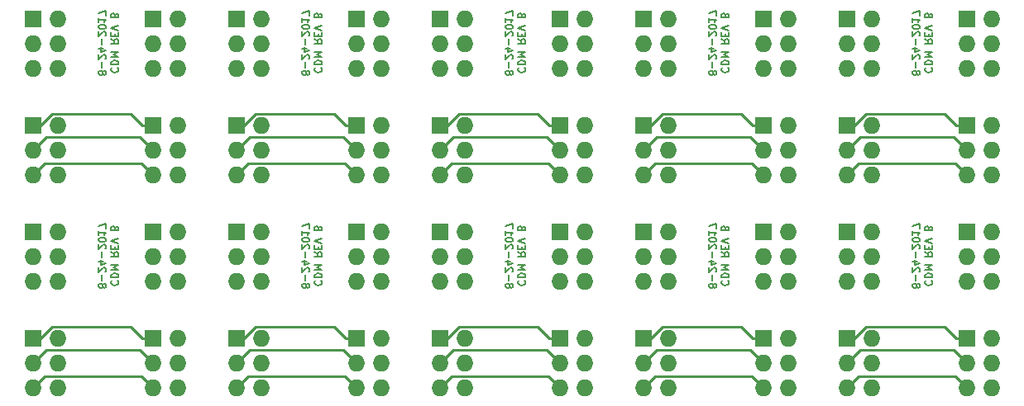
<source format=gbl>
G04 #@! TF.FileFunction,Copper,L2,Bot,Signal*
%FSLAX46Y46*%
G04 Gerber Fmt 4.6, Leading zero omitted, Abs format (unit mm)*
G04 Created by KiCad (PCBNEW 4.0.5+dfsg1-4) date Wed Oct 11 12:16:19 2017*
%MOMM*%
%LPD*%
G01*
G04 APERTURE LIST*
%ADD10C,0.100000*%
%ADD11C,0.150000*%
%ADD12R,1.727200X1.727200*%
%ADD13O,1.727200X1.727200*%
%ADD14C,0.250000*%
G04 APERTURE END LIST*
D10*
D11*
X245479643Y-82817571D02*
X245443929Y-82853285D01*
X245408214Y-82960428D01*
X245408214Y-83031857D01*
X245443929Y-83139000D01*
X245515357Y-83210428D01*
X245586786Y-83246143D01*
X245729643Y-83281857D01*
X245836786Y-83281857D01*
X245979643Y-83246143D01*
X246051071Y-83210428D01*
X246122500Y-83139000D01*
X246158214Y-83031857D01*
X246158214Y-82960428D01*
X246122500Y-82853285D01*
X246086786Y-82817571D01*
X245408214Y-82496143D02*
X246158214Y-82496143D01*
X246158214Y-82317571D01*
X246122500Y-82210428D01*
X246051071Y-82139000D01*
X245979643Y-82103285D01*
X245836786Y-82067571D01*
X245729643Y-82067571D01*
X245586786Y-82103285D01*
X245515357Y-82139000D01*
X245443929Y-82210428D01*
X245408214Y-82317571D01*
X245408214Y-82496143D01*
X245408214Y-81746143D02*
X246158214Y-81746143D01*
X245622500Y-81496143D01*
X246158214Y-81246143D01*
X245408214Y-81246143D01*
X245408214Y-79888999D02*
X245765357Y-80138999D01*
X245408214Y-80317571D02*
X246158214Y-80317571D01*
X246158214Y-80031856D01*
X246122500Y-79960428D01*
X246086786Y-79924713D01*
X246015357Y-79888999D01*
X245908214Y-79888999D01*
X245836786Y-79924713D01*
X245801071Y-79960428D01*
X245765357Y-80031856D01*
X245765357Y-80317571D01*
X245801071Y-79567571D02*
X245801071Y-79317571D01*
X245408214Y-79210428D02*
X245408214Y-79567571D01*
X246158214Y-79567571D01*
X246158214Y-79210428D01*
X246158214Y-78996142D02*
X245408214Y-78746142D01*
X246158214Y-78496142D01*
X245801071Y-77424714D02*
X245765357Y-77317571D01*
X245729643Y-77281856D01*
X245658214Y-77246142D01*
X245551071Y-77246142D01*
X245479643Y-77281856D01*
X245443929Y-77317571D01*
X245408214Y-77388999D01*
X245408214Y-77674714D01*
X246158214Y-77674714D01*
X246158214Y-77424714D01*
X246122500Y-77353285D01*
X246086786Y-77317571D01*
X246015357Y-77281856D01*
X245943929Y-77281856D01*
X245872500Y-77317571D01*
X245836786Y-77353285D01*
X245801071Y-77424714D01*
X245801071Y-77674714D01*
X244561786Y-83406858D02*
X244597500Y-83478286D01*
X244633214Y-83514001D01*
X244704643Y-83549715D01*
X244740357Y-83549715D01*
X244811786Y-83514001D01*
X244847500Y-83478286D01*
X244883214Y-83406858D01*
X244883214Y-83264001D01*
X244847500Y-83192572D01*
X244811786Y-83156858D01*
X244740357Y-83121143D01*
X244704643Y-83121143D01*
X244633214Y-83156858D01*
X244597500Y-83192572D01*
X244561786Y-83264001D01*
X244561786Y-83406858D01*
X244526071Y-83478286D01*
X244490357Y-83514001D01*
X244418929Y-83549715D01*
X244276071Y-83549715D01*
X244204643Y-83514001D01*
X244168929Y-83478286D01*
X244133214Y-83406858D01*
X244133214Y-83264001D01*
X244168929Y-83192572D01*
X244204643Y-83156858D01*
X244276071Y-83121143D01*
X244418929Y-83121143D01*
X244490357Y-83156858D01*
X244526071Y-83192572D01*
X244561786Y-83264001D01*
X244418929Y-82799715D02*
X244418929Y-82228286D01*
X244811786Y-81906858D02*
X244847500Y-81871144D01*
X244883214Y-81799715D01*
X244883214Y-81621144D01*
X244847500Y-81549715D01*
X244811786Y-81514001D01*
X244740357Y-81478286D01*
X244668929Y-81478286D01*
X244561786Y-81514001D01*
X244133214Y-81942572D01*
X244133214Y-81478286D01*
X244633214Y-80835429D02*
X244133214Y-80835429D01*
X244918929Y-81014000D02*
X244383214Y-81192572D01*
X244383214Y-80728286D01*
X244418929Y-80442572D02*
X244418929Y-79871143D01*
X244811786Y-79549715D02*
X244847500Y-79514001D01*
X244883214Y-79442572D01*
X244883214Y-79264001D01*
X244847500Y-79192572D01*
X244811786Y-79156858D01*
X244740357Y-79121143D01*
X244668929Y-79121143D01*
X244561786Y-79156858D01*
X244133214Y-79585429D01*
X244133214Y-79121143D01*
X244883214Y-78656857D02*
X244883214Y-78585429D01*
X244847500Y-78514000D01*
X244811786Y-78478286D01*
X244740357Y-78442572D01*
X244597500Y-78406857D01*
X244418929Y-78406857D01*
X244276071Y-78442572D01*
X244204643Y-78478286D01*
X244168929Y-78514000D01*
X244133214Y-78585429D01*
X244133214Y-78656857D01*
X244168929Y-78728286D01*
X244204643Y-78764000D01*
X244276071Y-78799715D01*
X244418929Y-78835429D01*
X244597500Y-78835429D01*
X244740357Y-78799715D01*
X244811786Y-78764000D01*
X244847500Y-78728286D01*
X244883214Y-78656857D01*
X244133214Y-77692571D02*
X244133214Y-78121143D01*
X244133214Y-77906857D02*
X244883214Y-77906857D01*
X244776071Y-77978286D01*
X244704643Y-78049714D01*
X244668929Y-78121143D01*
X244883214Y-77442571D02*
X244883214Y-76942571D01*
X244133214Y-77264000D01*
X245479643Y-104661571D02*
X245443929Y-104697285D01*
X245408214Y-104804428D01*
X245408214Y-104875857D01*
X245443929Y-104983000D01*
X245515357Y-105054428D01*
X245586786Y-105090143D01*
X245729643Y-105125857D01*
X245836786Y-105125857D01*
X245979643Y-105090143D01*
X246051071Y-105054428D01*
X246122500Y-104983000D01*
X246158214Y-104875857D01*
X246158214Y-104804428D01*
X246122500Y-104697285D01*
X246086786Y-104661571D01*
X245408214Y-104340143D02*
X246158214Y-104340143D01*
X246158214Y-104161571D01*
X246122500Y-104054428D01*
X246051071Y-103983000D01*
X245979643Y-103947285D01*
X245836786Y-103911571D01*
X245729643Y-103911571D01*
X245586786Y-103947285D01*
X245515357Y-103983000D01*
X245443929Y-104054428D01*
X245408214Y-104161571D01*
X245408214Y-104340143D01*
X245408214Y-103590143D02*
X246158214Y-103590143D01*
X245622500Y-103340143D01*
X246158214Y-103090143D01*
X245408214Y-103090143D01*
X245408214Y-101732999D02*
X245765357Y-101982999D01*
X245408214Y-102161571D02*
X246158214Y-102161571D01*
X246158214Y-101875856D01*
X246122500Y-101804428D01*
X246086786Y-101768713D01*
X246015357Y-101732999D01*
X245908214Y-101732999D01*
X245836786Y-101768713D01*
X245801071Y-101804428D01*
X245765357Y-101875856D01*
X245765357Y-102161571D01*
X245801071Y-101411571D02*
X245801071Y-101161571D01*
X245408214Y-101054428D02*
X245408214Y-101411571D01*
X246158214Y-101411571D01*
X246158214Y-101054428D01*
X246158214Y-100840142D02*
X245408214Y-100590142D01*
X246158214Y-100340142D01*
X245801071Y-99268714D02*
X245765357Y-99161571D01*
X245729643Y-99125856D01*
X245658214Y-99090142D01*
X245551071Y-99090142D01*
X245479643Y-99125856D01*
X245443929Y-99161571D01*
X245408214Y-99232999D01*
X245408214Y-99518714D01*
X246158214Y-99518714D01*
X246158214Y-99268714D01*
X246122500Y-99197285D01*
X246086786Y-99161571D01*
X246015357Y-99125856D01*
X245943929Y-99125856D01*
X245872500Y-99161571D01*
X245836786Y-99197285D01*
X245801071Y-99268714D01*
X245801071Y-99518714D01*
X244561786Y-105250858D02*
X244597500Y-105322286D01*
X244633214Y-105358001D01*
X244704643Y-105393715D01*
X244740357Y-105393715D01*
X244811786Y-105358001D01*
X244847500Y-105322286D01*
X244883214Y-105250858D01*
X244883214Y-105108001D01*
X244847500Y-105036572D01*
X244811786Y-105000858D01*
X244740357Y-104965143D01*
X244704643Y-104965143D01*
X244633214Y-105000858D01*
X244597500Y-105036572D01*
X244561786Y-105108001D01*
X244561786Y-105250858D01*
X244526071Y-105322286D01*
X244490357Y-105358001D01*
X244418929Y-105393715D01*
X244276071Y-105393715D01*
X244204643Y-105358001D01*
X244168929Y-105322286D01*
X244133214Y-105250858D01*
X244133214Y-105108001D01*
X244168929Y-105036572D01*
X244204643Y-105000858D01*
X244276071Y-104965143D01*
X244418929Y-104965143D01*
X244490357Y-105000858D01*
X244526071Y-105036572D01*
X244561786Y-105108001D01*
X244418929Y-104643715D02*
X244418929Y-104072286D01*
X244811786Y-103750858D02*
X244847500Y-103715144D01*
X244883214Y-103643715D01*
X244883214Y-103465144D01*
X244847500Y-103393715D01*
X244811786Y-103358001D01*
X244740357Y-103322286D01*
X244668929Y-103322286D01*
X244561786Y-103358001D01*
X244133214Y-103786572D01*
X244133214Y-103322286D01*
X244633214Y-102679429D02*
X244133214Y-102679429D01*
X244918929Y-102858000D02*
X244383214Y-103036572D01*
X244383214Y-102572286D01*
X244418929Y-102286572D02*
X244418929Y-101715143D01*
X244811786Y-101393715D02*
X244847500Y-101358001D01*
X244883214Y-101286572D01*
X244883214Y-101108001D01*
X244847500Y-101036572D01*
X244811786Y-101000858D01*
X244740357Y-100965143D01*
X244668929Y-100965143D01*
X244561786Y-101000858D01*
X244133214Y-101429429D01*
X244133214Y-100965143D01*
X244883214Y-100500857D02*
X244883214Y-100429429D01*
X244847500Y-100358000D01*
X244811786Y-100322286D01*
X244740357Y-100286572D01*
X244597500Y-100250857D01*
X244418929Y-100250857D01*
X244276071Y-100286572D01*
X244204643Y-100322286D01*
X244168929Y-100358000D01*
X244133214Y-100429429D01*
X244133214Y-100500857D01*
X244168929Y-100572286D01*
X244204643Y-100608000D01*
X244276071Y-100643715D01*
X244418929Y-100679429D01*
X244597500Y-100679429D01*
X244740357Y-100643715D01*
X244811786Y-100608000D01*
X244847500Y-100572286D01*
X244883214Y-100500857D01*
X244133214Y-99536571D02*
X244133214Y-99965143D01*
X244133214Y-99750857D02*
X244883214Y-99750857D01*
X244776071Y-99822286D01*
X244704643Y-99893714D01*
X244668929Y-99965143D01*
X244883214Y-99286571D02*
X244883214Y-98786571D01*
X244133214Y-99108000D01*
X203823643Y-82817571D02*
X203787929Y-82853285D01*
X203752214Y-82960428D01*
X203752214Y-83031857D01*
X203787929Y-83139000D01*
X203859357Y-83210428D01*
X203930786Y-83246143D01*
X204073643Y-83281857D01*
X204180786Y-83281857D01*
X204323643Y-83246143D01*
X204395071Y-83210428D01*
X204466500Y-83139000D01*
X204502214Y-83031857D01*
X204502214Y-82960428D01*
X204466500Y-82853285D01*
X204430786Y-82817571D01*
X203752214Y-82496143D02*
X204502214Y-82496143D01*
X204502214Y-82317571D01*
X204466500Y-82210428D01*
X204395071Y-82139000D01*
X204323643Y-82103285D01*
X204180786Y-82067571D01*
X204073643Y-82067571D01*
X203930786Y-82103285D01*
X203859357Y-82139000D01*
X203787929Y-82210428D01*
X203752214Y-82317571D01*
X203752214Y-82496143D01*
X203752214Y-81746143D02*
X204502214Y-81746143D01*
X203966500Y-81496143D01*
X204502214Y-81246143D01*
X203752214Y-81246143D01*
X203752214Y-79888999D02*
X204109357Y-80138999D01*
X203752214Y-80317571D02*
X204502214Y-80317571D01*
X204502214Y-80031856D01*
X204466500Y-79960428D01*
X204430786Y-79924713D01*
X204359357Y-79888999D01*
X204252214Y-79888999D01*
X204180786Y-79924713D01*
X204145071Y-79960428D01*
X204109357Y-80031856D01*
X204109357Y-80317571D01*
X204145071Y-79567571D02*
X204145071Y-79317571D01*
X203752214Y-79210428D02*
X203752214Y-79567571D01*
X204502214Y-79567571D01*
X204502214Y-79210428D01*
X204502214Y-78996142D02*
X203752214Y-78746142D01*
X204502214Y-78496142D01*
X204145071Y-77424714D02*
X204109357Y-77317571D01*
X204073643Y-77281856D01*
X204002214Y-77246142D01*
X203895071Y-77246142D01*
X203823643Y-77281856D01*
X203787929Y-77317571D01*
X203752214Y-77388999D01*
X203752214Y-77674714D01*
X204502214Y-77674714D01*
X204502214Y-77424714D01*
X204466500Y-77353285D01*
X204430786Y-77317571D01*
X204359357Y-77281856D01*
X204287929Y-77281856D01*
X204216500Y-77317571D01*
X204180786Y-77353285D01*
X204145071Y-77424714D01*
X204145071Y-77674714D01*
X202905786Y-83406858D02*
X202941500Y-83478286D01*
X202977214Y-83514001D01*
X203048643Y-83549715D01*
X203084357Y-83549715D01*
X203155786Y-83514001D01*
X203191500Y-83478286D01*
X203227214Y-83406858D01*
X203227214Y-83264001D01*
X203191500Y-83192572D01*
X203155786Y-83156858D01*
X203084357Y-83121143D01*
X203048643Y-83121143D01*
X202977214Y-83156858D01*
X202941500Y-83192572D01*
X202905786Y-83264001D01*
X202905786Y-83406858D01*
X202870071Y-83478286D01*
X202834357Y-83514001D01*
X202762929Y-83549715D01*
X202620071Y-83549715D01*
X202548643Y-83514001D01*
X202512929Y-83478286D01*
X202477214Y-83406858D01*
X202477214Y-83264001D01*
X202512929Y-83192572D01*
X202548643Y-83156858D01*
X202620071Y-83121143D01*
X202762929Y-83121143D01*
X202834357Y-83156858D01*
X202870071Y-83192572D01*
X202905786Y-83264001D01*
X202762929Y-82799715D02*
X202762929Y-82228286D01*
X203155786Y-81906858D02*
X203191500Y-81871144D01*
X203227214Y-81799715D01*
X203227214Y-81621144D01*
X203191500Y-81549715D01*
X203155786Y-81514001D01*
X203084357Y-81478286D01*
X203012929Y-81478286D01*
X202905786Y-81514001D01*
X202477214Y-81942572D01*
X202477214Y-81478286D01*
X202977214Y-80835429D02*
X202477214Y-80835429D01*
X203262929Y-81014000D02*
X202727214Y-81192572D01*
X202727214Y-80728286D01*
X202762929Y-80442572D02*
X202762929Y-79871143D01*
X203155786Y-79549715D02*
X203191500Y-79514001D01*
X203227214Y-79442572D01*
X203227214Y-79264001D01*
X203191500Y-79192572D01*
X203155786Y-79156858D01*
X203084357Y-79121143D01*
X203012929Y-79121143D01*
X202905786Y-79156858D01*
X202477214Y-79585429D01*
X202477214Y-79121143D01*
X203227214Y-78656857D02*
X203227214Y-78585429D01*
X203191500Y-78514000D01*
X203155786Y-78478286D01*
X203084357Y-78442572D01*
X202941500Y-78406857D01*
X202762929Y-78406857D01*
X202620071Y-78442572D01*
X202548643Y-78478286D01*
X202512929Y-78514000D01*
X202477214Y-78585429D01*
X202477214Y-78656857D01*
X202512929Y-78728286D01*
X202548643Y-78764000D01*
X202620071Y-78799715D01*
X202762929Y-78835429D01*
X202941500Y-78835429D01*
X203084357Y-78799715D01*
X203155786Y-78764000D01*
X203191500Y-78728286D01*
X203227214Y-78656857D01*
X202477214Y-77692571D02*
X202477214Y-78121143D01*
X202477214Y-77906857D02*
X203227214Y-77906857D01*
X203120071Y-77978286D01*
X203048643Y-78049714D01*
X203012929Y-78121143D01*
X203227214Y-77442571D02*
X203227214Y-76942571D01*
X202477214Y-77264000D01*
X224651643Y-82817571D02*
X224615929Y-82853285D01*
X224580214Y-82960428D01*
X224580214Y-83031857D01*
X224615929Y-83139000D01*
X224687357Y-83210428D01*
X224758786Y-83246143D01*
X224901643Y-83281857D01*
X225008786Y-83281857D01*
X225151643Y-83246143D01*
X225223071Y-83210428D01*
X225294500Y-83139000D01*
X225330214Y-83031857D01*
X225330214Y-82960428D01*
X225294500Y-82853285D01*
X225258786Y-82817571D01*
X224580214Y-82496143D02*
X225330214Y-82496143D01*
X225330214Y-82317571D01*
X225294500Y-82210428D01*
X225223071Y-82139000D01*
X225151643Y-82103285D01*
X225008786Y-82067571D01*
X224901643Y-82067571D01*
X224758786Y-82103285D01*
X224687357Y-82139000D01*
X224615929Y-82210428D01*
X224580214Y-82317571D01*
X224580214Y-82496143D01*
X224580214Y-81746143D02*
X225330214Y-81746143D01*
X224794500Y-81496143D01*
X225330214Y-81246143D01*
X224580214Y-81246143D01*
X224580214Y-79888999D02*
X224937357Y-80138999D01*
X224580214Y-80317571D02*
X225330214Y-80317571D01*
X225330214Y-80031856D01*
X225294500Y-79960428D01*
X225258786Y-79924713D01*
X225187357Y-79888999D01*
X225080214Y-79888999D01*
X225008786Y-79924713D01*
X224973071Y-79960428D01*
X224937357Y-80031856D01*
X224937357Y-80317571D01*
X224973071Y-79567571D02*
X224973071Y-79317571D01*
X224580214Y-79210428D02*
X224580214Y-79567571D01*
X225330214Y-79567571D01*
X225330214Y-79210428D01*
X225330214Y-78996142D02*
X224580214Y-78746142D01*
X225330214Y-78496142D01*
X224973071Y-77424714D02*
X224937357Y-77317571D01*
X224901643Y-77281856D01*
X224830214Y-77246142D01*
X224723071Y-77246142D01*
X224651643Y-77281856D01*
X224615929Y-77317571D01*
X224580214Y-77388999D01*
X224580214Y-77674714D01*
X225330214Y-77674714D01*
X225330214Y-77424714D01*
X225294500Y-77353285D01*
X225258786Y-77317571D01*
X225187357Y-77281856D01*
X225115929Y-77281856D01*
X225044500Y-77317571D01*
X225008786Y-77353285D01*
X224973071Y-77424714D01*
X224973071Y-77674714D01*
X223733786Y-83406858D02*
X223769500Y-83478286D01*
X223805214Y-83514001D01*
X223876643Y-83549715D01*
X223912357Y-83549715D01*
X223983786Y-83514001D01*
X224019500Y-83478286D01*
X224055214Y-83406858D01*
X224055214Y-83264001D01*
X224019500Y-83192572D01*
X223983786Y-83156858D01*
X223912357Y-83121143D01*
X223876643Y-83121143D01*
X223805214Y-83156858D01*
X223769500Y-83192572D01*
X223733786Y-83264001D01*
X223733786Y-83406858D01*
X223698071Y-83478286D01*
X223662357Y-83514001D01*
X223590929Y-83549715D01*
X223448071Y-83549715D01*
X223376643Y-83514001D01*
X223340929Y-83478286D01*
X223305214Y-83406858D01*
X223305214Y-83264001D01*
X223340929Y-83192572D01*
X223376643Y-83156858D01*
X223448071Y-83121143D01*
X223590929Y-83121143D01*
X223662357Y-83156858D01*
X223698071Y-83192572D01*
X223733786Y-83264001D01*
X223590929Y-82799715D02*
X223590929Y-82228286D01*
X223983786Y-81906858D02*
X224019500Y-81871144D01*
X224055214Y-81799715D01*
X224055214Y-81621144D01*
X224019500Y-81549715D01*
X223983786Y-81514001D01*
X223912357Y-81478286D01*
X223840929Y-81478286D01*
X223733786Y-81514001D01*
X223305214Y-81942572D01*
X223305214Y-81478286D01*
X223805214Y-80835429D02*
X223305214Y-80835429D01*
X224090929Y-81014000D02*
X223555214Y-81192572D01*
X223555214Y-80728286D01*
X223590929Y-80442572D02*
X223590929Y-79871143D01*
X223983786Y-79549715D02*
X224019500Y-79514001D01*
X224055214Y-79442572D01*
X224055214Y-79264001D01*
X224019500Y-79192572D01*
X223983786Y-79156858D01*
X223912357Y-79121143D01*
X223840929Y-79121143D01*
X223733786Y-79156858D01*
X223305214Y-79585429D01*
X223305214Y-79121143D01*
X224055214Y-78656857D02*
X224055214Y-78585429D01*
X224019500Y-78514000D01*
X223983786Y-78478286D01*
X223912357Y-78442572D01*
X223769500Y-78406857D01*
X223590929Y-78406857D01*
X223448071Y-78442572D01*
X223376643Y-78478286D01*
X223340929Y-78514000D01*
X223305214Y-78585429D01*
X223305214Y-78656857D01*
X223340929Y-78728286D01*
X223376643Y-78764000D01*
X223448071Y-78799715D01*
X223590929Y-78835429D01*
X223769500Y-78835429D01*
X223912357Y-78799715D01*
X223983786Y-78764000D01*
X224019500Y-78728286D01*
X224055214Y-78656857D01*
X223305214Y-77692571D02*
X223305214Y-78121143D01*
X223305214Y-77906857D02*
X224055214Y-77906857D01*
X223948071Y-77978286D01*
X223876643Y-78049714D01*
X223840929Y-78121143D01*
X224055214Y-77442571D02*
X224055214Y-76942571D01*
X223305214Y-77264000D01*
X203823643Y-104661571D02*
X203787929Y-104697285D01*
X203752214Y-104804428D01*
X203752214Y-104875857D01*
X203787929Y-104983000D01*
X203859357Y-105054428D01*
X203930786Y-105090143D01*
X204073643Y-105125857D01*
X204180786Y-105125857D01*
X204323643Y-105090143D01*
X204395071Y-105054428D01*
X204466500Y-104983000D01*
X204502214Y-104875857D01*
X204502214Y-104804428D01*
X204466500Y-104697285D01*
X204430786Y-104661571D01*
X203752214Y-104340143D02*
X204502214Y-104340143D01*
X204502214Y-104161571D01*
X204466500Y-104054428D01*
X204395071Y-103983000D01*
X204323643Y-103947285D01*
X204180786Y-103911571D01*
X204073643Y-103911571D01*
X203930786Y-103947285D01*
X203859357Y-103983000D01*
X203787929Y-104054428D01*
X203752214Y-104161571D01*
X203752214Y-104340143D01*
X203752214Y-103590143D02*
X204502214Y-103590143D01*
X203966500Y-103340143D01*
X204502214Y-103090143D01*
X203752214Y-103090143D01*
X203752214Y-101732999D02*
X204109357Y-101982999D01*
X203752214Y-102161571D02*
X204502214Y-102161571D01*
X204502214Y-101875856D01*
X204466500Y-101804428D01*
X204430786Y-101768713D01*
X204359357Y-101732999D01*
X204252214Y-101732999D01*
X204180786Y-101768713D01*
X204145071Y-101804428D01*
X204109357Y-101875856D01*
X204109357Y-102161571D01*
X204145071Y-101411571D02*
X204145071Y-101161571D01*
X203752214Y-101054428D02*
X203752214Y-101411571D01*
X204502214Y-101411571D01*
X204502214Y-101054428D01*
X204502214Y-100840142D02*
X203752214Y-100590142D01*
X204502214Y-100340142D01*
X204145071Y-99268714D02*
X204109357Y-99161571D01*
X204073643Y-99125856D01*
X204002214Y-99090142D01*
X203895071Y-99090142D01*
X203823643Y-99125856D01*
X203787929Y-99161571D01*
X203752214Y-99232999D01*
X203752214Y-99518714D01*
X204502214Y-99518714D01*
X204502214Y-99268714D01*
X204466500Y-99197285D01*
X204430786Y-99161571D01*
X204359357Y-99125856D01*
X204287929Y-99125856D01*
X204216500Y-99161571D01*
X204180786Y-99197285D01*
X204145071Y-99268714D01*
X204145071Y-99518714D01*
X202905786Y-105250858D02*
X202941500Y-105322286D01*
X202977214Y-105358001D01*
X203048643Y-105393715D01*
X203084357Y-105393715D01*
X203155786Y-105358001D01*
X203191500Y-105322286D01*
X203227214Y-105250858D01*
X203227214Y-105108001D01*
X203191500Y-105036572D01*
X203155786Y-105000858D01*
X203084357Y-104965143D01*
X203048643Y-104965143D01*
X202977214Y-105000858D01*
X202941500Y-105036572D01*
X202905786Y-105108001D01*
X202905786Y-105250858D01*
X202870071Y-105322286D01*
X202834357Y-105358001D01*
X202762929Y-105393715D01*
X202620071Y-105393715D01*
X202548643Y-105358001D01*
X202512929Y-105322286D01*
X202477214Y-105250858D01*
X202477214Y-105108001D01*
X202512929Y-105036572D01*
X202548643Y-105000858D01*
X202620071Y-104965143D01*
X202762929Y-104965143D01*
X202834357Y-105000858D01*
X202870071Y-105036572D01*
X202905786Y-105108001D01*
X202762929Y-104643715D02*
X202762929Y-104072286D01*
X203155786Y-103750858D02*
X203191500Y-103715144D01*
X203227214Y-103643715D01*
X203227214Y-103465144D01*
X203191500Y-103393715D01*
X203155786Y-103358001D01*
X203084357Y-103322286D01*
X203012929Y-103322286D01*
X202905786Y-103358001D01*
X202477214Y-103786572D01*
X202477214Y-103322286D01*
X202977214Y-102679429D02*
X202477214Y-102679429D01*
X203262929Y-102858000D02*
X202727214Y-103036572D01*
X202727214Y-102572286D01*
X202762929Y-102286572D02*
X202762929Y-101715143D01*
X203155786Y-101393715D02*
X203191500Y-101358001D01*
X203227214Y-101286572D01*
X203227214Y-101108001D01*
X203191500Y-101036572D01*
X203155786Y-101000858D01*
X203084357Y-100965143D01*
X203012929Y-100965143D01*
X202905786Y-101000858D01*
X202477214Y-101429429D01*
X202477214Y-100965143D01*
X203227214Y-100500857D02*
X203227214Y-100429429D01*
X203191500Y-100358000D01*
X203155786Y-100322286D01*
X203084357Y-100286572D01*
X202941500Y-100250857D01*
X202762929Y-100250857D01*
X202620071Y-100286572D01*
X202548643Y-100322286D01*
X202512929Y-100358000D01*
X202477214Y-100429429D01*
X202477214Y-100500857D01*
X202512929Y-100572286D01*
X202548643Y-100608000D01*
X202620071Y-100643715D01*
X202762929Y-100679429D01*
X202941500Y-100679429D01*
X203084357Y-100643715D01*
X203155786Y-100608000D01*
X203191500Y-100572286D01*
X203227214Y-100500857D01*
X202477214Y-99536571D02*
X202477214Y-99965143D01*
X202477214Y-99750857D02*
X203227214Y-99750857D01*
X203120071Y-99822286D01*
X203048643Y-99893714D01*
X203012929Y-99965143D01*
X203227214Y-99286571D02*
X203227214Y-98786571D01*
X202477214Y-99108000D01*
X224651643Y-104661571D02*
X224615929Y-104697285D01*
X224580214Y-104804428D01*
X224580214Y-104875857D01*
X224615929Y-104983000D01*
X224687357Y-105054428D01*
X224758786Y-105090143D01*
X224901643Y-105125857D01*
X225008786Y-105125857D01*
X225151643Y-105090143D01*
X225223071Y-105054428D01*
X225294500Y-104983000D01*
X225330214Y-104875857D01*
X225330214Y-104804428D01*
X225294500Y-104697285D01*
X225258786Y-104661571D01*
X224580214Y-104340143D02*
X225330214Y-104340143D01*
X225330214Y-104161571D01*
X225294500Y-104054428D01*
X225223071Y-103983000D01*
X225151643Y-103947285D01*
X225008786Y-103911571D01*
X224901643Y-103911571D01*
X224758786Y-103947285D01*
X224687357Y-103983000D01*
X224615929Y-104054428D01*
X224580214Y-104161571D01*
X224580214Y-104340143D01*
X224580214Y-103590143D02*
X225330214Y-103590143D01*
X224794500Y-103340143D01*
X225330214Y-103090143D01*
X224580214Y-103090143D01*
X224580214Y-101732999D02*
X224937357Y-101982999D01*
X224580214Y-102161571D02*
X225330214Y-102161571D01*
X225330214Y-101875856D01*
X225294500Y-101804428D01*
X225258786Y-101768713D01*
X225187357Y-101732999D01*
X225080214Y-101732999D01*
X225008786Y-101768713D01*
X224973071Y-101804428D01*
X224937357Y-101875856D01*
X224937357Y-102161571D01*
X224973071Y-101411571D02*
X224973071Y-101161571D01*
X224580214Y-101054428D02*
X224580214Y-101411571D01*
X225330214Y-101411571D01*
X225330214Y-101054428D01*
X225330214Y-100840142D02*
X224580214Y-100590142D01*
X225330214Y-100340142D01*
X224973071Y-99268714D02*
X224937357Y-99161571D01*
X224901643Y-99125856D01*
X224830214Y-99090142D01*
X224723071Y-99090142D01*
X224651643Y-99125856D01*
X224615929Y-99161571D01*
X224580214Y-99232999D01*
X224580214Y-99518714D01*
X225330214Y-99518714D01*
X225330214Y-99268714D01*
X225294500Y-99197285D01*
X225258786Y-99161571D01*
X225187357Y-99125856D01*
X225115929Y-99125856D01*
X225044500Y-99161571D01*
X225008786Y-99197285D01*
X224973071Y-99268714D01*
X224973071Y-99518714D01*
X223733786Y-105250858D02*
X223769500Y-105322286D01*
X223805214Y-105358001D01*
X223876643Y-105393715D01*
X223912357Y-105393715D01*
X223983786Y-105358001D01*
X224019500Y-105322286D01*
X224055214Y-105250858D01*
X224055214Y-105108001D01*
X224019500Y-105036572D01*
X223983786Y-105000858D01*
X223912357Y-104965143D01*
X223876643Y-104965143D01*
X223805214Y-105000858D01*
X223769500Y-105036572D01*
X223733786Y-105108001D01*
X223733786Y-105250858D01*
X223698071Y-105322286D01*
X223662357Y-105358001D01*
X223590929Y-105393715D01*
X223448071Y-105393715D01*
X223376643Y-105358001D01*
X223340929Y-105322286D01*
X223305214Y-105250858D01*
X223305214Y-105108001D01*
X223340929Y-105036572D01*
X223376643Y-105000858D01*
X223448071Y-104965143D01*
X223590929Y-104965143D01*
X223662357Y-105000858D01*
X223698071Y-105036572D01*
X223733786Y-105108001D01*
X223590929Y-104643715D02*
X223590929Y-104072286D01*
X223983786Y-103750858D02*
X224019500Y-103715144D01*
X224055214Y-103643715D01*
X224055214Y-103465144D01*
X224019500Y-103393715D01*
X223983786Y-103358001D01*
X223912357Y-103322286D01*
X223840929Y-103322286D01*
X223733786Y-103358001D01*
X223305214Y-103786572D01*
X223305214Y-103322286D01*
X223805214Y-102679429D02*
X223305214Y-102679429D01*
X224090929Y-102858000D02*
X223555214Y-103036572D01*
X223555214Y-102572286D01*
X223590929Y-102286572D02*
X223590929Y-101715143D01*
X223983786Y-101393715D02*
X224019500Y-101358001D01*
X224055214Y-101286572D01*
X224055214Y-101108001D01*
X224019500Y-101036572D01*
X223983786Y-101000858D01*
X223912357Y-100965143D01*
X223840929Y-100965143D01*
X223733786Y-101000858D01*
X223305214Y-101429429D01*
X223305214Y-100965143D01*
X224055214Y-100500857D02*
X224055214Y-100429429D01*
X224019500Y-100358000D01*
X223983786Y-100322286D01*
X223912357Y-100286572D01*
X223769500Y-100250857D01*
X223590929Y-100250857D01*
X223448071Y-100286572D01*
X223376643Y-100322286D01*
X223340929Y-100358000D01*
X223305214Y-100429429D01*
X223305214Y-100500857D01*
X223340929Y-100572286D01*
X223376643Y-100608000D01*
X223448071Y-100643715D01*
X223590929Y-100679429D01*
X223769500Y-100679429D01*
X223912357Y-100643715D01*
X223983786Y-100608000D01*
X224019500Y-100572286D01*
X224055214Y-100500857D01*
X223305214Y-99536571D02*
X223305214Y-99965143D01*
X223305214Y-99750857D02*
X224055214Y-99750857D01*
X223948071Y-99822286D01*
X223876643Y-99893714D01*
X223840929Y-99965143D01*
X224055214Y-99286571D02*
X224055214Y-98786571D01*
X223305214Y-99108000D01*
X182995643Y-104661571D02*
X182959929Y-104697285D01*
X182924214Y-104804428D01*
X182924214Y-104875857D01*
X182959929Y-104983000D01*
X183031357Y-105054428D01*
X183102786Y-105090143D01*
X183245643Y-105125857D01*
X183352786Y-105125857D01*
X183495643Y-105090143D01*
X183567071Y-105054428D01*
X183638500Y-104983000D01*
X183674214Y-104875857D01*
X183674214Y-104804428D01*
X183638500Y-104697285D01*
X183602786Y-104661571D01*
X182924214Y-104340143D02*
X183674214Y-104340143D01*
X183674214Y-104161571D01*
X183638500Y-104054428D01*
X183567071Y-103983000D01*
X183495643Y-103947285D01*
X183352786Y-103911571D01*
X183245643Y-103911571D01*
X183102786Y-103947285D01*
X183031357Y-103983000D01*
X182959929Y-104054428D01*
X182924214Y-104161571D01*
X182924214Y-104340143D01*
X182924214Y-103590143D02*
X183674214Y-103590143D01*
X183138500Y-103340143D01*
X183674214Y-103090143D01*
X182924214Y-103090143D01*
X182924214Y-101732999D02*
X183281357Y-101982999D01*
X182924214Y-102161571D02*
X183674214Y-102161571D01*
X183674214Y-101875856D01*
X183638500Y-101804428D01*
X183602786Y-101768713D01*
X183531357Y-101732999D01*
X183424214Y-101732999D01*
X183352786Y-101768713D01*
X183317071Y-101804428D01*
X183281357Y-101875856D01*
X183281357Y-102161571D01*
X183317071Y-101411571D02*
X183317071Y-101161571D01*
X182924214Y-101054428D02*
X182924214Y-101411571D01*
X183674214Y-101411571D01*
X183674214Y-101054428D01*
X183674214Y-100840142D02*
X182924214Y-100590142D01*
X183674214Y-100340142D01*
X183317071Y-99268714D02*
X183281357Y-99161571D01*
X183245643Y-99125856D01*
X183174214Y-99090142D01*
X183067071Y-99090142D01*
X182995643Y-99125856D01*
X182959929Y-99161571D01*
X182924214Y-99232999D01*
X182924214Y-99518714D01*
X183674214Y-99518714D01*
X183674214Y-99268714D01*
X183638500Y-99197285D01*
X183602786Y-99161571D01*
X183531357Y-99125856D01*
X183459929Y-99125856D01*
X183388500Y-99161571D01*
X183352786Y-99197285D01*
X183317071Y-99268714D01*
X183317071Y-99518714D01*
X182077786Y-105250858D02*
X182113500Y-105322286D01*
X182149214Y-105358001D01*
X182220643Y-105393715D01*
X182256357Y-105393715D01*
X182327786Y-105358001D01*
X182363500Y-105322286D01*
X182399214Y-105250858D01*
X182399214Y-105108001D01*
X182363500Y-105036572D01*
X182327786Y-105000858D01*
X182256357Y-104965143D01*
X182220643Y-104965143D01*
X182149214Y-105000858D01*
X182113500Y-105036572D01*
X182077786Y-105108001D01*
X182077786Y-105250858D01*
X182042071Y-105322286D01*
X182006357Y-105358001D01*
X181934929Y-105393715D01*
X181792071Y-105393715D01*
X181720643Y-105358001D01*
X181684929Y-105322286D01*
X181649214Y-105250858D01*
X181649214Y-105108001D01*
X181684929Y-105036572D01*
X181720643Y-105000858D01*
X181792071Y-104965143D01*
X181934929Y-104965143D01*
X182006357Y-105000858D01*
X182042071Y-105036572D01*
X182077786Y-105108001D01*
X181934929Y-104643715D02*
X181934929Y-104072286D01*
X182327786Y-103750858D02*
X182363500Y-103715144D01*
X182399214Y-103643715D01*
X182399214Y-103465144D01*
X182363500Y-103393715D01*
X182327786Y-103358001D01*
X182256357Y-103322286D01*
X182184929Y-103322286D01*
X182077786Y-103358001D01*
X181649214Y-103786572D01*
X181649214Y-103322286D01*
X182149214Y-102679429D02*
X181649214Y-102679429D01*
X182434929Y-102858000D02*
X181899214Y-103036572D01*
X181899214Y-102572286D01*
X181934929Y-102286572D02*
X181934929Y-101715143D01*
X182327786Y-101393715D02*
X182363500Y-101358001D01*
X182399214Y-101286572D01*
X182399214Y-101108001D01*
X182363500Y-101036572D01*
X182327786Y-101000858D01*
X182256357Y-100965143D01*
X182184929Y-100965143D01*
X182077786Y-101000858D01*
X181649214Y-101429429D01*
X181649214Y-100965143D01*
X182399214Y-100500857D02*
X182399214Y-100429429D01*
X182363500Y-100358000D01*
X182327786Y-100322286D01*
X182256357Y-100286572D01*
X182113500Y-100250857D01*
X181934929Y-100250857D01*
X181792071Y-100286572D01*
X181720643Y-100322286D01*
X181684929Y-100358000D01*
X181649214Y-100429429D01*
X181649214Y-100500857D01*
X181684929Y-100572286D01*
X181720643Y-100608000D01*
X181792071Y-100643715D01*
X181934929Y-100679429D01*
X182113500Y-100679429D01*
X182256357Y-100643715D01*
X182327786Y-100608000D01*
X182363500Y-100572286D01*
X182399214Y-100500857D01*
X181649214Y-99536571D02*
X181649214Y-99965143D01*
X181649214Y-99750857D02*
X182399214Y-99750857D01*
X182292071Y-99822286D01*
X182220643Y-99893714D01*
X182184929Y-99965143D01*
X182399214Y-99286571D02*
X182399214Y-98786571D01*
X181649214Y-99108000D01*
X182995643Y-82817571D02*
X182959929Y-82853285D01*
X182924214Y-82960428D01*
X182924214Y-83031857D01*
X182959929Y-83139000D01*
X183031357Y-83210428D01*
X183102786Y-83246143D01*
X183245643Y-83281857D01*
X183352786Y-83281857D01*
X183495643Y-83246143D01*
X183567071Y-83210428D01*
X183638500Y-83139000D01*
X183674214Y-83031857D01*
X183674214Y-82960428D01*
X183638500Y-82853285D01*
X183602786Y-82817571D01*
X182924214Y-82496143D02*
X183674214Y-82496143D01*
X183674214Y-82317571D01*
X183638500Y-82210428D01*
X183567071Y-82139000D01*
X183495643Y-82103285D01*
X183352786Y-82067571D01*
X183245643Y-82067571D01*
X183102786Y-82103285D01*
X183031357Y-82139000D01*
X182959929Y-82210428D01*
X182924214Y-82317571D01*
X182924214Y-82496143D01*
X182924214Y-81746143D02*
X183674214Y-81746143D01*
X183138500Y-81496143D01*
X183674214Y-81246143D01*
X182924214Y-81246143D01*
X182924214Y-79888999D02*
X183281357Y-80138999D01*
X182924214Y-80317571D02*
X183674214Y-80317571D01*
X183674214Y-80031856D01*
X183638500Y-79960428D01*
X183602786Y-79924713D01*
X183531357Y-79888999D01*
X183424214Y-79888999D01*
X183352786Y-79924713D01*
X183317071Y-79960428D01*
X183281357Y-80031856D01*
X183281357Y-80317571D01*
X183317071Y-79567571D02*
X183317071Y-79317571D01*
X182924214Y-79210428D02*
X182924214Y-79567571D01*
X183674214Y-79567571D01*
X183674214Y-79210428D01*
X183674214Y-78996142D02*
X182924214Y-78746142D01*
X183674214Y-78496142D01*
X183317071Y-77424714D02*
X183281357Y-77317571D01*
X183245643Y-77281856D01*
X183174214Y-77246142D01*
X183067071Y-77246142D01*
X182995643Y-77281856D01*
X182959929Y-77317571D01*
X182924214Y-77388999D01*
X182924214Y-77674714D01*
X183674214Y-77674714D01*
X183674214Y-77424714D01*
X183638500Y-77353285D01*
X183602786Y-77317571D01*
X183531357Y-77281856D01*
X183459929Y-77281856D01*
X183388500Y-77317571D01*
X183352786Y-77353285D01*
X183317071Y-77424714D01*
X183317071Y-77674714D01*
X182077786Y-83406858D02*
X182113500Y-83478286D01*
X182149214Y-83514001D01*
X182220643Y-83549715D01*
X182256357Y-83549715D01*
X182327786Y-83514001D01*
X182363500Y-83478286D01*
X182399214Y-83406858D01*
X182399214Y-83264001D01*
X182363500Y-83192572D01*
X182327786Y-83156858D01*
X182256357Y-83121143D01*
X182220643Y-83121143D01*
X182149214Y-83156858D01*
X182113500Y-83192572D01*
X182077786Y-83264001D01*
X182077786Y-83406858D01*
X182042071Y-83478286D01*
X182006357Y-83514001D01*
X181934929Y-83549715D01*
X181792071Y-83549715D01*
X181720643Y-83514001D01*
X181684929Y-83478286D01*
X181649214Y-83406858D01*
X181649214Y-83264001D01*
X181684929Y-83192572D01*
X181720643Y-83156858D01*
X181792071Y-83121143D01*
X181934929Y-83121143D01*
X182006357Y-83156858D01*
X182042071Y-83192572D01*
X182077786Y-83264001D01*
X181934929Y-82799715D02*
X181934929Y-82228286D01*
X182327786Y-81906858D02*
X182363500Y-81871144D01*
X182399214Y-81799715D01*
X182399214Y-81621144D01*
X182363500Y-81549715D01*
X182327786Y-81514001D01*
X182256357Y-81478286D01*
X182184929Y-81478286D01*
X182077786Y-81514001D01*
X181649214Y-81942572D01*
X181649214Y-81478286D01*
X182149214Y-80835429D02*
X181649214Y-80835429D01*
X182434929Y-81014000D02*
X181899214Y-81192572D01*
X181899214Y-80728286D01*
X181934929Y-80442572D02*
X181934929Y-79871143D01*
X182327786Y-79549715D02*
X182363500Y-79514001D01*
X182399214Y-79442572D01*
X182399214Y-79264001D01*
X182363500Y-79192572D01*
X182327786Y-79156858D01*
X182256357Y-79121143D01*
X182184929Y-79121143D01*
X182077786Y-79156858D01*
X181649214Y-79585429D01*
X181649214Y-79121143D01*
X182399214Y-78656857D02*
X182399214Y-78585429D01*
X182363500Y-78514000D01*
X182327786Y-78478286D01*
X182256357Y-78442572D01*
X182113500Y-78406857D01*
X181934929Y-78406857D01*
X181792071Y-78442572D01*
X181720643Y-78478286D01*
X181684929Y-78514000D01*
X181649214Y-78585429D01*
X181649214Y-78656857D01*
X181684929Y-78728286D01*
X181720643Y-78764000D01*
X181792071Y-78799715D01*
X181934929Y-78835429D01*
X182113500Y-78835429D01*
X182256357Y-78799715D01*
X182327786Y-78764000D01*
X182363500Y-78728286D01*
X182399214Y-78656857D01*
X181649214Y-77692571D02*
X181649214Y-78121143D01*
X181649214Y-77906857D02*
X182399214Y-77906857D01*
X182292071Y-77978286D01*
X182220643Y-78049714D01*
X182184929Y-78121143D01*
X182399214Y-77442571D02*
X182399214Y-76942571D01*
X181649214Y-77264000D01*
X162167643Y-104661571D02*
X162131929Y-104697285D01*
X162096214Y-104804428D01*
X162096214Y-104875857D01*
X162131929Y-104983000D01*
X162203357Y-105054428D01*
X162274786Y-105090143D01*
X162417643Y-105125857D01*
X162524786Y-105125857D01*
X162667643Y-105090143D01*
X162739071Y-105054428D01*
X162810500Y-104983000D01*
X162846214Y-104875857D01*
X162846214Y-104804428D01*
X162810500Y-104697285D01*
X162774786Y-104661571D01*
X162096214Y-104340143D02*
X162846214Y-104340143D01*
X162846214Y-104161571D01*
X162810500Y-104054428D01*
X162739071Y-103983000D01*
X162667643Y-103947285D01*
X162524786Y-103911571D01*
X162417643Y-103911571D01*
X162274786Y-103947285D01*
X162203357Y-103983000D01*
X162131929Y-104054428D01*
X162096214Y-104161571D01*
X162096214Y-104340143D01*
X162096214Y-103590143D02*
X162846214Y-103590143D01*
X162310500Y-103340143D01*
X162846214Y-103090143D01*
X162096214Y-103090143D01*
X162096214Y-101732999D02*
X162453357Y-101982999D01*
X162096214Y-102161571D02*
X162846214Y-102161571D01*
X162846214Y-101875856D01*
X162810500Y-101804428D01*
X162774786Y-101768713D01*
X162703357Y-101732999D01*
X162596214Y-101732999D01*
X162524786Y-101768713D01*
X162489071Y-101804428D01*
X162453357Y-101875856D01*
X162453357Y-102161571D01*
X162489071Y-101411571D02*
X162489071Y-101161571D01*
X162096214Y-101054428D02*
X162096214Y-101411571D01*
X162846214Y-101411571D01*
X162846214Y-101054428D01*
X162846214Y-100840142D02*
X162096214Y-100590142D01*
X162846214Y-100340142D01*
X162489071Y-99268714D02*
X162453357Y-99161571D01*
X162417643Y-99125856D01*
X162346214Y-99090142D01*
X162239071Y-99090142D01*
X162167643Y-99125856D01*
X162131929Y-99161571D01*
X162096214Y-99232999D01*
X162096214Y-99518714D01*
X162846214Y-99518714D01*
X162846214Y-99268714D01*
X162810500Y-99197285D01*
X162774786Y-99161571D01*
X162703357Y-99125856D01*
X162631929Y-99125856D01*
X162560500Y-99161571D01*
X162524786Y-99197285D01*
X162489071Y-99268714D01*
X162489071Y-99518714D01*
X161249786Y-105250858D02*
X161285500Y-105322286D01*
X161321214Y-105358001D01*
X161392643Y-105393715D01*
X161428357Y-105393715D01*
X161499786Y-105358001D01*
X161535500Y-105322286D01*
X161571214Y-105250858D01*
X161571214Y-105108001D01*
X161535500Y-105036572D01*
X161499786Y-105000858D01*
X161428357Y-104965143D01*
X161392643Y-104965143D01*
X161321214Y-105000858D01*
X161285500Y-105036572D01*
X161249786Y-105108001D01*
X161249786Y-105250858D01*
X161214071Y-105322286D01*
X161178357Y-105358001D01*
X161106929Y-105393715D01*
X160964071Y-105393715D01*
X160892643Y-105358001D01*
X160856929Y-105322286D01*
X160821214Y-105250858D01*
X160821214Y-105108001D01*
X160856929Y-105036572D01*
X160892643Y-105000858D01*
X160964071Y-104965143D01*
X161106929Y-104965143D01*
X161178357Y-105000858D01*
X161214071Y-105036572D01*
X161249786Y-105108001D01*
X161106929Y-104643715D02*
X161106929Y-104072286D01*
X161499786Y-103750858D02*
X161535500Y-103715144D01*
X161571214Y-103643715D01*
X161571214Y-103465144D01*
X161535500Y-103393715D01*
X161499786Y-103358001D01*
X161428357Y-103322286D01*
X161356929Y-103322286D01*
X161249786Y-103358001D01*
X160821214Y-103786572D01*
X160821214Y-103322286D01*
X161321214Y-102679429D02*
X160821214Y-102679429D01*
X161606929Y-102858000D02*
X161071214Y-103036572D01*
X161071214Y-102572286D01*
X161106929Y-102286572D02*
X161106929Y-101715143D01*
X161499786Y-101393715D02*
X161535500Y-101358001D01*
X161571214Y-101286572D01*
X161571214Y-101108001D01*
X161535500Y-101036572D01*
X161499786Y-101000858D01*
X161428357Y-100965143D01*
X161356929Y-100965143D01*
X161249786Y-101000858D01*
X160821214Y-101429429D01*
X160821214Y-100965143D01*
X161571214Y-100500857D02*
X161571214Y-100429429D01*
X161535500Y-100358000D01*
X161499786Y-100322286D01*
X161428357Y-100286572D01*
X161285500Y-100250857D01*
X161106929Y-100250857D01*
X160964071Y-100286572D01*
X160892643Y-100322286D01*
X160856929Y-100358000D01*
X160821214Y-100429429D01*
X160821214Y-100500857D01*
X160856929Y-100572286D01*
X160892643Y-100608000D01*
X160964071Y-100643715D01*
X161106929Y-100679429D01*
X161285500Y-100679429D01*
X161428357Y-100643715D01*
X161499786Y-100608000D01*
X161535500Y-100572286D01*
X161571214Y-100500857D01*
X160821214Y-99536571D02*
X160821214Y-99965143D01*
X160821214Y-99750857D02*
X161571214Y-99750857D01*
X161464071Y-99822286D01*
X161392643Y-99893714D01*
X161356929Y-99965143D01*
X161571214Y-99286571D02*
X161571214Y-98786571D01*
X160821214Y-99108000D01*
X162167643Y-82817571D02*
X162131929Y-82853285D01*
X162096214Y-82960428D01*
X162096214Y-83031857D01*
X162131929Y-83139000D01*
X162203357Y-83210428D01*
X162274786Y-83246143D01*
X162417643Y-83281857D01*
X162524786Y-83281857D01*
X162667643Y-83246143D01*
X162739071Y-83210428D01*
X162810500Y-83139000D01*
X162846214Y-83031857D01*
X162846214Y-82960428D01*
X162810500Y-82853285D01*
X162774786Y-82817571D01*
X162096214Y-82496143D02*
X162846214Y-82496143D01*
X162846214Y-82317571D01*
X162810500Y-82210428D01*
X162739071Y-82139000D01*
X162667643Y-82103285D01*
X162524786Y-82067571D01*
X162417643Y-82067571D01*
X162274786Y-82103285D01*
X162203357Y-82139000D01*
X162131929Y-82210428D01*
X162096214Y-82317571D01*
X162096214Y-82496143D01*
X162096214Y-81746143D02*
X162846214Y-81746143D01*
X162310500Y-81496143D01*
X162846214Y-81246143D01*
X162096214Y-81246143D01*
X162096214Y-79888999D02*
X162453357Y-80138999D01*
X162096214Y-80317571D02*
X162846214Y-80317571D01*
X162846214Y-80031856D01*
X162810500Y-79960428D01*
X162774786Y-79924713D01*
X162703357Y-79888999D01*
X162596214Y-79888999D01*
X162524786Y-79924713D01*
X162489071Y-79960428D01*
X162453357Y-80031856D01*
X162453357Y-80317571D01*
X162489071Y-79567571D02*
X162489071Y-79317571D01*
X162096214Y-79210428D02*
X162096214Y-79567571D01*
X162846214Y-79567571D01*
X162846214Y-79210428D01*
X162846214Y-78996142D02*
X162096214Y-78746142D01*
X162846214Y-78496142D01*
X162489071Y-77424714D02*
X162453357Y-77317571D01*
X162417643Y-77281856D01*
X162346214Y-77246142D01*
X162239071Y-77246142D01*
X162167643Y-77281856D01*
X162131929Y-77317571D01*
X162096214Y-77388999D01*
X162096214Y-77674714D01*
X162846214Y-77674714D01*
X162846214Y-77424714D01*
X162810500Y-77353285D01*
X162774786Y-77317571D01*
X162703357Y-77281856D01*
X162631929Y-77281856D01*
X162560500Y-77317571D01*
X162524786Y-77353285D01*
X162489071Y-77424714D01*
X162489071Y-77674714D01*
X161249786Y-83406858D02*
X161285500Y-83478286D01*
X161321214Y-83514001D01*
X161392643Y-83549715D01*
X161428357Y-83549715D01*
X161499786Y-83514001D01*
X161535500Y-83478286D01*
X161571214Y-83406858D01*
X161571214Y-83264001D01*
X161535500Y-83192572D01*
X161499786Y-83156858D01*
X161428357Y-83121143D01*
X161392643Y-83121143D01*
X161321214Y-83156858D01*
X161285500Y-83192572D01*
X161249786Y-83264001D01*
X161249786Y-83406858D01*
X161214071Y-83478286D01*
X161178357Y-83514001D01*
X161106929Y-83549715D01*
X160964071Y-83549715D01*
X160892643Y-83514001D01*
X160856929Y-83478286D01*
X160821214Y-83406858D01*
X160821214Y-83264001D01*
X160856929Y-83192572D01*
X160892643Y-83156858D01*
X160964071Y-83121143D01*
X161106929Y-83121143D01*
X161178357Y-83156858D01*
X161214071Y-83192572D01*
X161249786Y-83264001D01*
X161106929Y-82799715D02*
X161106929Y-82228286D01*
X161499786Y-81906858D02*
X161535500Y-81871144D01*
X161571214Y-81799715D01*
X161571214Y-81621144D01*
X161535500Y-81549715D01*
X161499786Y-81514001D01*
X161428357Y-81478286D01*
X161356929Y-81478286D01*
X161249786Y-81514001D01*
X160821214Y-81942572D01*
X160821214Y-81478286D01*
X161321214Y-80835429D02*
X160821214Y-80835429D01*
X161606929Y-81014000D02*
X161071214Y-81192572D01*
X161071214Y-80728286D01*
X161106929Y-80442572D02*
X161106929Y-79871143D01*
X161499786Y-79549715D02*
X161535500Y-79514001D01*
X161571214Y-79442572D01*
X161571214Y-79264001D01*
X161535500Y-79192572D01*
X161499786Y-79156858D01*
X161428357Y-79121143D01*
X161356929Y-79121143D01*
X161249786Y-79156858D01*
X160821214Y-79585429D01*
X160821214Y-79121143D01*
X161571214Y-78656857D02*
X161571214Y-78585429D01*
X161535500Y-78514000D01*
X161499786Y-78478286D01*
X161428357Y-78442572D01*
X161285500Y-78406857D01*
X161106929Y-78406857D01*
X160964071Y-78442572D01*
X160892643Y-78478286D01*
X160856929Y-78514000D01*
X160821214Y-78585429D01*
X160821214Y-78656857D01*
X160856929Y-78728286D01*
X160892643Y-78764000D01*
X160964071Y-78799715D01*
X161106929Y-78835429D01*
X161285500Y-78835429D01*
X161428357Y-78799715D01*
X161499786Y-78764000D01*
X161535500Y-78728286D01*
X161571214Y-78656857D01*
X160821214Y-77692571D02*
X160821214Y-78121143D01*
X160821214Y-77906857D02*
X161571214Y-77906857D01*
X161464071Y-77978286D01*
X161392643Y-78049714D01*
X161356929Y-78121143D01*
X161571214Y-77442571D02*
X161571214Y-76942571D01*
X160821214Y-77264000D01*
D12*
X237401100Y-88747600D03*
D13*
X239941100Y-88747600D03*
X237401100Y-91287600D03*
X239941100Y-91287600D03*
X237401100Y-93827600D03*
X239941100Y-93827600D03*
D12*
X237401100Y-77825600D03*
D13*
X239941100Y-77825600D03*
X237401100Y-80365600D03*
X239941100Y-80365600D03*
X237401100Y-82905600D03*
X239941100Y-82905600D03*
D12*
X249682000Y-88747600D03*
D13*
X252222000Y-88747600D03*
X249682000Y-91287600D03*
X252222000Y-91287600D03*
X249682000Y-93827600D03*
X252222000Y-93827600D03*
D12*
X237401100Y-99669600D03*
D13*
X239941100Y-99669600D03*
X237401100Y-102209600D03*
X239941100Y-102209600D03*
X237401100Y-104749600D03*
X239941100Y-104749600D03*
D12*
X249682000Y-110591600D03*
D13*
X252222000Y-110591600D03*
X249682000Y-113131600D03*
X252222000Y-113131600D03*
X249682000Y-115671600D03*
X252222000Y-115671600D03*
D12*
X249682000Y-77825600D03*
D13*
X252222000Y-77825600D03*
X249682000Y-80365600D03*
X252222000Y-80365600D03*
X249682000Y-82905600D03*
X252222000Y-82905600D03*
D12*
X249682000Y-99669600D03*
D13*
X252222000Y-99669600D03*
X249682000Y-102209600D03*
X252222000Y-102209600D03*
X249682000Y-104749600D03*
X252222000Y-104749600D03*
D12*
X237401100Y-110591600D03*
D13*
X239941100Y-110591600D03*
X237401100Y-113131600D03*
X239941100Y-113131600D03*
X237401100Y-115671600D03*
X239941100Y-115671600D03*
D12*
X228854000Y-77825600D03*
D13*
X231394000Y-77825600D03*
X228854000Y-80365600D03*
X231394000Y-80365600D03*
X228854000Y-82905600D03*
X231394000Y-82905600D03*
D12*
X195745100Y-77825600D03*
D13*
X198285100Y-77825600D03*
X195745100Y-80365600D03*
X198285100Y-80365600D03*
X195745100Y-82905600D03*
X198285100Y-82905600D03*
D12*
X208026000Y-77825600D03*
D13*
X210566000Y-77825600D03*
X208026000Y-80365600D03*
X210566000Y-80365600D03*
X208026000Y-82905600D03*
X210566000Y-82905600D03*
D12*
X195745100Y-88747600D03*
D13*
X198285100Y-88747600D03*
X195745100Y-91287600D03*
X198285100Y-91287600D03*
X195745100Y-93827600D03*
X198285100Y-93827600D03*
D12*
X216573100Y-77825600D03*
D13*
X219113100Y-77825600D03*
X216573100Y-80365600D03*
X219113100Y-80365600D03*
X216573100Y-82905600D03*
X219113100Y-82905600D03*
D12*
X208026000Y-88747600D03*
D13*
X210566000Y-88747600D03*
X208026000Y-91287600D03*
X210566000Y-91287600D03*
X208026000Y-93827600D03*
X210566000Y-93827600D03*
D12*
X228854000Y-88747600D03*
D13*
X231394000Y-88747600D03*
X228854000Y-91287600D03*
X231394000Y-91287600D03*
X228854000Y-93827600D03*
X231394000Y-93827600D03*
D12*
X216573100Y-88747600D03*
D13*
X219113100Y-88747600D03*
X216573100Y-91287600D03*
X219113100Y-91287600D03*
X216573100Y-93827600D03*
X219113100Y-93827600D03*
D12*
X228854000Y-99669600D03*
D13*
X231394000Y-99669600D03*
X228854000Y-102209600D03*
X231394000Y-102209600D03*
X228854000Y-104749600D03*
X231394000Y-104749600D03*
D12*
X195745100Y-110591600D03*
D13*
X198285100Y-110591600D03*
X195745100Y-113131600D03*
X198285100Y-113131600D03*
X195745100Y-115671600D03*
X198285100Y-115671600D03*
D12*
X208026000Y-110591600D03*
D13*
X210566000Y-110591600D03*
X208026000Y-113131600D03*
X210566000Y-113131600D03*
X208026000Y-115671600D03*
X210566000Y-115671600D03*
D12*
X195745100Y-99669600D03*
D13*
X198285100Y-99669600D03*
X195745100Y-102209600D03*
X198285100Y-102209600D03*
X195745100Y-104749600D03*
X198285100Y-104749600D03*
D12*
X228854000Y-110591600D03*
D13*
X231394000Y-110591600D03*
X228854000Y-113131600D03*
X231394000Y-113131600D03*
X228854000Y-115671600D03*
X231394000Y-115671600D03*
D12*
X216573100Y-99669600D03*
D13*
X219113100Y-99669600D03*
X216573100Y-102209600D03*
X219113100Y-102209600D03*
X216573100Y-104749600D03*
X219113100Y-104749600D03*
D12*
X216573100Y-110591600D03*
D13*
X219113100Y-110591600D03*
X216573100Y-113131600D03*
X219113100Y-113131600D03*
X216573100Y-115671600D03*
X219113100Y-115671600D03*
D12*
X208026000Y-99669600D03*
D13*
X210566000Y-99669600D03*
X208026000Y-102209600D03*
X210566000Y-102209600D03*
X208026000Y-104749600D03*
X210566000Y-104749600D03*
D12*
X187198000Y-99669600D03*
D13*
X189738000Y-99669600D03*
X187198000Y-102209600D03*
X189738000Y-102209600D03*
X187198000Y-104749600D03*
X189738000Y-104749600D03*
D12*
X187198000Y-88747600D03*
D13*
X189738000Y-88747600D03*
X187198000Y-91287600D03*
X189738000Y-91287600D03*
X187198000Y-93827600D03*
X189738000Y-93827600D03*
D12*
X174917100Y-77825600D03*
D13*
X177457100Y-77825600D03*
X174917100Y-80365600D03*
X177457100Y-80365600D03*
X174917100Y-82905600D03*
X177457100Y-82905600D03*
D12*
X187198000Y-77825600D03*
D13*
X189738000Y-77825600D03*
X187198000Y-80365600D03*
X189738000Y-80365600D03*
X187198000Y-82905600D03*
X189738000Y-82905600D03*
D12*
X174917100Y-110591600D03*
D13*
X177457100Y-110591600D03*
X174917100Y-113131600D03*
X177457100Y-113131600D03*
X174917100Y-115671600D03*
X177457100Y-115671600D03*
D12*
X187198000Y-110591600D03*
D13*
X189738000Y-110591600D03*
X187198000Y-113131600D03*
X189738000Y-113131600D03*
X187198000Y-115671600D03*
X189738000Y-115671600D03*
D12*
X174917100Y-99669600D03*
D13*
X177457100Y-99669600D03*
X174917100Y-102209600D03*
X177457100Y-102209600D03*
X174917100Y-104749600D03*
X177457100Y-104749600D03*
D12*
X174917100Y-88747600D03*
D13*
X177457100Y-88747600D03*
X174917100Y-91287600D03*
X177457100Y-91287600D03*
X174917100Y-93827600D03*
X177457100Y-93827600D03*
D12*
X154089100Y-110591600D03*
D13*
X156629100Y-110591600D03*
X154089100Y-113131600D03*
X156629100Y-113131600D03*
X154089100Y-115671600D03*
X156629100Y-115671600D03*
D12*
X166370000Y-110591600D03*
D13*
X168910000Y-110591600D03*
X166370000Y-113131600D03*
X168910000Y-113131600D03*
X166370000Y-115671600D03*
X168910000Y-115671600D03*
D12*
X154089100Y-99669600D03*
D13*
X156629100Y-99669600D03*
X154089100Y-102209600D03*
X156629100Y-102209600D03*
X154089100Y-104749600D03*
X156629100Y-104749600D03*
D12*
X166370000Y-99669600D03*
D13*
X168910000Y-99669600D03*
X166370000Y-102209600D03*
X168910000Y-102209600D03*
X166370000Y-104749600D03*
X168910000Y-104749600D03*
D12*
X154089100Y-77825600D03*
D13*
X156629100Y-77825600D03*
X154089100Y-80365600D03*
X156629100Y-80365600D03*
X154089100Y-82905600D03*
X156629100Y-82905600D03*
D12*
X166370000Y-77825600D03*
D13*
X168910000Y-77825600D03*
X166370000Y-80365600D03*
X168910000Y-80365600D03*
X166370000Y-82905600D03*
X168910000Y-82905600D03*
D12*
X166370000Y-88747600D03*
D13*
X168910000Y-88747600D03*
X166370000Y-91287600D03*
X168910000Y-91287600D03*
X166370000Y-93827600D03*
X168910000Y-93827600D03*
D12*
X154089100Y-88747600D03*
D13*
X156629100Y-88747600D03*
X154089100Y-91287600D03*
X156629100Y-91287600D03*
X154089100Y-93827600D03*
X156629100Y-93827600D03*
D14*
X248568400Y-88747600D02*
X249682000Y-88747600D01*
X238181970Y-88747600D02*
X239370571Y-87558999D01*
X237401100Y-88747600D02*
X238181970Y-88747600D01*
X239370571Y-87558999D02*
X247379799Y-87558999D01*
X247379799Y-87558999D02*
X248568400Y-88747600D01*
X248568400Y-110591600D02*
X249682000Y-110591600D01*
X247379799Y-109402999D02*
X248568400Y-110591600D01*
X239370571Y-109402999D02*
X247379799Y-109402999D01*
X237401100Y-110591600D02*
X238181970Y-110591600D01*
X238181970Y-110591600D02*
X239370571Y-109402999D01*
X205723799Y-87558999D02*
X206912400Y-88747600D01*
X197714571Y-87558999D02*
X205723799Y-87558999D01*
X196525970Y-88747600D02*
X197714571Y-87558999D01*
X227740400Y-88747600D02*
X228854000Y-88747600D01*
X206912400Y-88747600D02*
X208026000Y-88747600D01*
X195745100Y-88747600D02*
X196525970Y-88747600D01*
X226551799Y-87558999D02*
X227740400Y-88747600D01*
X218542571Y-87558999D02*
X226551799Y-87558999D01*
X217353970Y-88747600D02*
X218542571Y-87558999D01*
X216573100Y-88747600D02*
X217353970Y-88747600D01*
X197714571Y-109402999D02*
X205723799Y-109402999D01*
X205723799Y-109402999D02*
X206912400Y-110591600D01*
X196525970Y-110591600D02*
X197714571Y-109402999D01*
X217353970Y-110591600D02*
X218542571Y-109402999D01*
X216573100Y-110591600D02*
X217353970Y-110591600D01*
X218542571Y-109402999D02*
X226551799Y-109402999D01*
X206912400Y-110591600D02*
X208026000Y-110591600D01*
X195745100Y-110591600D02*
X196525970Y-110591600D01*
X227740400Y-110591600D02*
X228854000Y-110591600D01*
X226551799Y-109402999D02*
X227740400Y-110591600D01*
X174917100Y-88747600D02*
X175697970Y-88747600D01*
X176886571Y-109402999D02*
X184895799Y-109402999D01*
X174917100Y-110591600D02*
X175697970Y-110591600D01*
X184895799Y-109402999D02*
X186084400Y-110591600D01*
X175697970Y-110591600D02*
X176886571Y-109402999D01*
X186084400Y-110591600D02*
X187198000Y-110591600D01*
X184895799Y-87558999D02*
X186084400Y-88747600D01*
X176886571Y-87558999D02*
X184895799Y-87558999D01*
X175697970Y-88747600D02*
X176886571Y-87558999D01*
X186084400Y-88747600D02*
X187198000Y-88747600D01*
X154089100Y-110591600D02*
X154869970Y-110591600D01*
X164067799Y-109402999D02*
X165256400Y-110591600D01*
X154869970Y-110591600D02*
X156058571Y-109402999D01*
X156058571Y-109402999D02*
X164067799Y-109402999D01*
X165256400Y-110591600D02*
X166370000Y-110591600D01*
X154089100Y-88747600D02*
X154869970Y-88747600D01*
X154869970Y-88747600D02*
X156058571Y-87558999D01*
X156058571Y-87558999D02*
X164067799Y-87558999D01*
X164067799Y-87558999D02*
X165256400Y-88747600D01*
X165256400Y-88747600D02*
X166370000Y-88747600D01*
X248818401Y-90424001D02*
X249682000Y-91287600D01*
X248330601Y-89936201D02*
X248818401Y-90424001D01*
X237401100Y-91287600D02*
X238752499Y-89936201D01*
X238752499Y-89936201D02*
X248330601Y-89936201D01*
X248330601Y-111780201D02*
X248818401Y-112268001D01*
X248818401Y-112268001D02*
X249682000Y-113131600D01*
X238752499Y-111780201D02*
X248330601Y-111780201D01*
X237401100Y-113131600D02*
X238752499Y-111780201D01*
X227502601Y-89936201D02*
X227990401Y-90424001D01*
X227990401Y-90424001D02*
X228854000Y-91287600D01*
X206674601Y-89936201D02*
X207162401Y-90424001D01*
X207162401Y-90424001D02*
X208026000Y-91287600D01*
X197096499Y-89936201D02*
X206674601Y-89936201D01*
X195745100Y-91287600D02*
X197096499Y-89936201D01*
X217924499Y-89936201D02*
X227502601Y-89936201D01*
X216573100Y-91287600D02*
X217924499Y-89936201D01*
X217924499Y-111780201D02*
X227502601Y-111780201D01*
X216573100Y-113131600D02*
X217924499Y-111780201D01*
X206674601Y-111780201D02*
X207162401Y-112268001D01*
X207162401Y-112268001D02*
X208026000Y-113131600D01*
X195745100Y-113131600D02*
X197096499Y-111780201D01*
X197096499Y-111780201D02*
X206674601Y-111780201D01*
X227502601Y-111780201D02*
X227990401Y-112268001D01*
X227990401Y-112268001D02*
X228854000Y-113131600D01*
X176268499Y-89936201D02*
X185846601Y-89936201D01*
X174917100Y-91287600D02*
X176268499Y-89936201D01*
X174917100Y-113131600D02*
X176268499Y-111780201D01*
X176268499Y-111780201D02*
X185846601Y-111780201D01*
X185846601Y-111780201D02*
X186334401Y-112268001D01*
X186334401Y-112268001D02*
X187198000Y-113131600D01*
X185846601Y-89936201D02*
X186334401Y-90424001D01*
X186334401Y-90424001D02*
X187198000Y-91287600D01*
X155440499Y-111780201D02*
X165018601Y-111780201D01*
X154089100Y-113131600D02*
X155440499Y-111780201D01*
X165018601Y-111780201D02*
X165506401Y-112268001D01*
X165506401Y-112268001D02*
X166370000Y-113131600D01*
X154089100Y-91287600D02*
X155440499Y-89936201D01*
X165506401Y-90424001D02*
X166370000Y-91287600D01*
X155440499Y-89936201D02*
X165018601Y-89936201D01*
X165018601Y-89936201D02*
X165506401Y-90424001D01*
X248493399Y-92638999D02*
X248818401Y-92964001D01*
X248818401Y-92964001D02*
X249682000Y-93827600D01*
X237401100Y-93827600D02*
X238589701Y-92638999D01*
X238589701Y-92638999D02*
X248493399Y-92638999D01*
X238589701Y-114482999D02*
X248493399Y-114482999D01*
X248493399Y-114482999D02*
X248818401Y-114808001D01*
X248818401Y-114808001D02*
X249682000Y-115671600D01*
X237401100Y-115671600D02*
X238589701Y-114482999D01*
X227665399Y-92638999D02*
X227990401Y-92964001D01*
X227990401Y-92964001D02*
X228854000Y-93827600D01*
X217761701Y-92638999D02*
X227665399Y-92638999D01*
X207162401Y-92964001D02*
X208026000Y-93827600D01*
X206837399Y-92638999D02*
X207162401Y-92964001D01*
X196933701Y-92638999D02*
X206837399Y-92638999D01*
X195745100Y-93827600D02*
X196933701Y-92638999D01*
X216573100Y-93827600D02*
X217761701Y-92638999D01*
X216573100Y-115671600D02*
X217761701Y-114482999D01*
X217761701Y-114482999D02*
X227665399Y-114482999D01*
X207162401Y-114808001D02*
X208026000Y-115671600D01*
X206837399Y-114482999D02*
X207162401Y-114808001D01*
X195745100Y-115671600D02*
X196933701Y-114482999D01*
X196933701Y-114482999D02*
X206837399Y-114482999D01*
X227990401Y-114808001D02*
X228854000Y-115671600D01*
X227665399Y-114482999D02*
X227990401Y-114808001D01*
X174917100Y-93827600D02*
X176105701Y-92638999D01*
X176105701Y-92638999D02*
X186009399Y-92638999D01*
X174917100Y-115671600D02*
X176105701Y-114482999D01*
X186334401Y-114808001D02*
X187198000Y-115671600D01*
X186009399Y-114482999D02*
X186334401Y-114808001D01*
X176105701Y-114482999D02*
X186009399Y-114482999D01*
X186009399Y-92638999D02*
X186334401Y-92964001D01*
X186334401Y-92964001D02*
X187198000Y-93827600D01*
X154089100Y-115671600D02*
X155277701Y-114482999D01*
X155277701Y-114482999D02*
X165181399Y-114482999D01*
X165506401Y-114808001D02*
X166370000Y-115671600D01*
X165181399Y-114482999D02*
X165506401Y-114808001D01*
X154089100Y-93827600D02*
X155277701Y-92638999D01*
X155277701Y-92638999D02*
X165181399Y-92638999D01*
X165181399Y-92638999D02*
X165506401Y-92964001D01*
X165506401Y-92964001D02*
X166370000Y-93827600D01*
M02*

</source>
